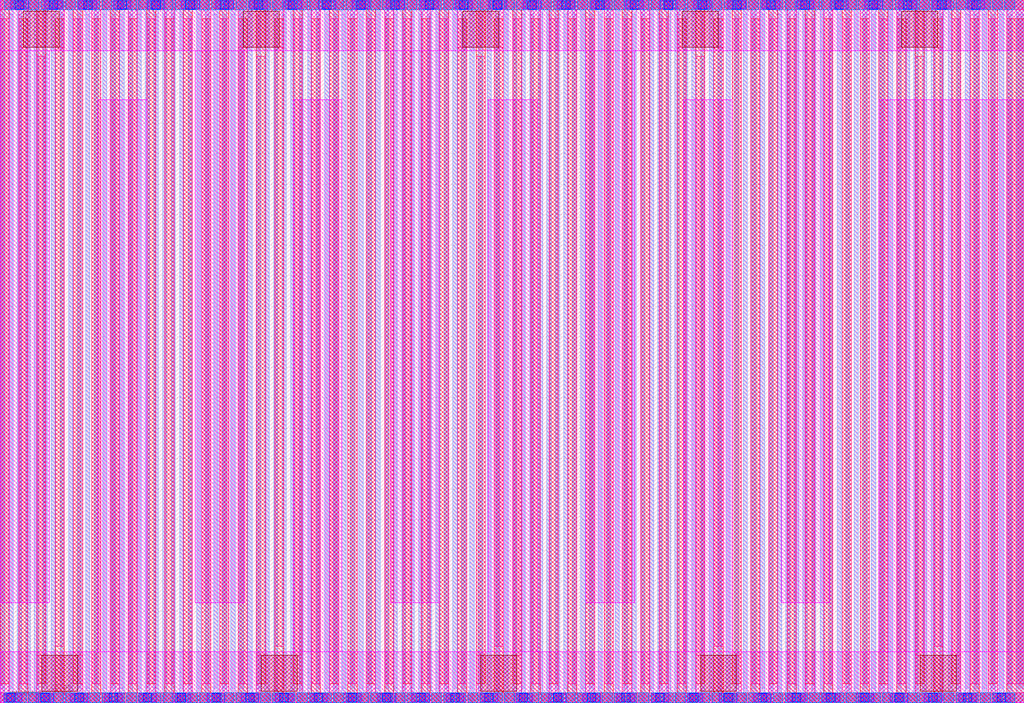
<source format=lef>
# Copyright 2020 The SkyWater PDK Authors
#
# Licensed under the Apache License, Version 2.0 (the "License");
# you may not use this file except in compliance with the License.
# You may obtain a copy of the License at
#
#     https://www.apache.org/licenses/LICENSE-2.0
#
# Unless required by applicable law or agreed to in writing, software
# distributed under the License is distributed on an "AS IS" BASIS,
# WITHOUT WARRANTIES OR CONDITIONS OF ANY KIND, either express or implied.
# See the License for the specific language governing permissions and
# limitations under the License.
#
# SPDX-License-Identifier: Apache-2.0

VERSION 5.7 ;
  NOWIREEXTENSIONATPIN ON ;
  DIVIDERCHAR "/" ;
  BUSBITCHARS "[]" ;
MACRO sky130_fd_pr__cap_vpp_33p6x23p1_pol1m1m2m3m4m5_noshield
  CLASS BLOCK ;
  FOREIGN sky130_fd_pr__cap_vpp_33p6x23p1_pol1m1m2m3m4m5_noshield ;
  ORIGIN  0.000000  0.000000 ;
  SIZE  33.57000 BY  23.05000 ;
  OBS
    LAYER li1 ;
      RECT  0.000000  0.000000 33.570000  0.330000 ;
      RECT  0.000000  0.330000  0.140000 22.580000 ;
      RECT  0.000000 22.720000 33.570000 23.050000 ;
      RECT  0.280000  0.470000  0.420000 22.720000 ;
      RECT  0.560000  0.330000  0.700000 22.580000 ;
      RECT  0.840000  0.470000  0.980000 22.720000 ;
      RECT  1.120000  0.330000  1.260000 22.580000 ;
      RECT  1.400000  0.470000  1.540000 22.720000 ;
      RECT  1.680000  0.330000  1.820000 22.580000 ;
      RECT  1.960000  0.470000  2.100000 22.720000 ;
      RECT  2.240000  0.330000  2.380000 22.580000 ;
      RECT  2.520000  0.470000  2.660000 22.720000 ;
      RECT  2.800000  0.330000  2.940000 22.580000 ;
      RECT  3.080000  0.470000  3.220000 22.720000 ;
      RECT  3.360000  0.330000  3.500000 22.580000 ;
      RECT  3.640000  0.470000  3.780000 22.720000 ;
      RECT  3.920000  0.330000  4.060000 22.580000 ;
      RECT  4.200000  0.470000  4.340000 22.720000 ;
      RECT  4.480000  0.330000  4.620000 22.580000 ;
      RECT  4.760000  0.470000  4.900000 22.720000 ;
      RECT  5.040000  0.330000  5.180000 22.580000 ;
      RECT  5.320000  0.470000  5.460000 22.720000 ;
      RECT  5.600000  0.330000  5.740000 22.580000 ;
      RECT  5.880000  0.470000  6.020000 22.720000 ;
      RECT  6.160000  0.330000  6.300000 22.580000 ;
      RECT  6.440000  0.470000  6.580000 22.720000 ;
      RECT  6.720000  0.330000  6.860000 22.580000 ;
      RECT  7.000000  0.470000  7.140000 22.720000 ;
      RECT  7.280000  0.330000  7.420000 22.580000 ;
      RECT  7.560000  0.470000  7.700000 22.720000 ;
      RECT  7.840000  0.330000  7.980000 22.580000 ;
      RECT  8.120000  0.470000  8.260000 22.720000 ;
      RECT  8.400000  0.330000  8.540000 22.580000 ;
      RECT  8.680000  0.470000  8.820000 22.720000 ;
      RECT  8.960000  0.330000  9.100000 22.580000 ;
      RECT  9.240000  0.470000  9.380000 22.720000 ;
      RECT  9.520000  0.330000  9.660000 22.580000 ;
      RECT  9.800000  0.470000  9.940000 22.720000 ;
      RECT 10.080000  0.330000 10.220000 22.580000 ;
      RECT 10.360000  0.470000 10.500000 22.720000 ;
      RECT 10.640000  0.330000 10.780000 22.580000 ;
      RECT 10.920000  0.470000 11.060000 22.720000 ;
      RECT 11.200000  0.330000 11.340000 22.580000 ;
      RECT 11.480000  0.470000 11.620000 22.720000 ;
      RECT 11.760000  0.330000 11.900000 22.580000 ;
      RECT 12.040000  0.470000 12.180000 22.720000 ;
      RECT 12.320000  0.330000 12.460000 22.580000 ;
      RECT 12.600000  0.470000 12.740000 22.720000 ;
      RECT 12.880000  0.330000 13.020000 22.580000 ;
      RECT 13.160000  0.470000 13.300000 22.720000 ;
      RECT 13.440000  0.330000 13.580000 22.580000 ;
      RECT 13.720000  0.470000 13.860000 22.720000 ;
      RECT 14.000000  0.330000 14.140000 22.580000 ;
      RECT 14.280000  0.470000 14.420000 22.720000 ;
      RECT 14.560000  0.330000 14.700000 22.580000 ;
      RECT 14.840000  0.470000 14.980000 22.720000 ;
      RECT 15.120000  0.330000 15.260000 22.580000 ;
      RECT 15.400000  0.470000 15.540000 22.720000 ;
      RECT 15.680000  0.330000 15.820000 22.580000 ;
      RECT 15.960000  0.470000 16.100000 22.720000 ;
      RECT 16.240000  0.330000 16.380000 22.580000 ;
      RECT 16.520000  0.470000 16.660000 22.720000 ;
      RECT 16.800000  0.330000 16.940000 22.580000 ;
      RECT 17.080000  0.470000 17.220000 22.720000 ;
      RECT 17.360000  0.330000 17.500000 22.580000 ;
      RECT 17.640000  0.470000 17.780000 22.720000 ;
      RECT 17.920000  0.330000 18.060000 22.580000 ;
      RECT 18.200000  0.470000 18.340000 22.720000 ;
      RECT 18.480000  0.330000 18.620000 22.580000 ;
      RECT 18.760000  0.470000 18.900000 22.720000 ;
      RECT 19.040000  0.330000 19.180000 22.580000 ;
      RECT 19.320000  0.470000 19.460000 22.720000 ;
      RECT 19.600000  0.330000 19.740000 22.580000 ;
      RECT 19.880000  0.470000 20.020000 22.720000 ;
      RECT 20.160000  0.330000 20.300000 22.580000 ;
      RECT 20.440000  0.470000 20.580000 22.720000 ;
      RECT 20.720000  0.330000 20.860000 22.580000 ;
      RECT 21.000000  0.470000 21.140000 22.720000 ;
      RECT 21.280000  0.330000 21.420000 22.580000 ;
      RECT 21.560000  0.470000 21.700000 22.720000 ;
      RECT 21.840000  0.330000 21.980000 22.580000 ;
      RECT 22.120000  0.470000 22.260000 22.720000 ;
      RECT 22.400000  0.330000 22.540000 22.580000 ;
      RECT 22.680000  0.470000 22.820000 22.720000 ;
      RECT 22.960000  0.330000 23.100000 22.580000 ;
      RECT 23.240000  0.470000 23.380000 22.720000 ;
      RECT 23.520000  0.330000 23.660000 22.580000 ;
      RECT 23.800000  0.470000 23.940000 22.720000 ;
      RECT 24.080000  0.330000 24.220000 22.580000 ;
      RECT 24.360000  0.470000 24.500000 22.720000 ;
      RECT 24.640000  0.330000 24.780000 22.580000 ;
      RECT 24.920000  0.470000 25.060000 22.720000 ;
      RECT 25.200000  0.330000 25.340000 22.580000 ;
      RECT 25.480000  0.470000 25.620000 22.720000 ;
      RECT 25.760000  0.330000 25.900000 22.580000 ;
      RECT 26.040000  0.470000 26.180000 22.720000 ;
      RECT 26.320000  0.330000 26.460000 22.580000 ;
      RECT 26.600000  0.470000 26.740000 22.720000 ;
      RECT 26.880000  0.330000 27.020000 22.580000 ;
      RECT 27.160000  0.470000 27.300000 22.720000 ;
      RECT 27.440000  0.330000 27.580000 22.580000 ;
      RECT 27.720000  0.470000 27.860000 22.720000 ;
      RECT 28.000000  0.330000 28.140000 22.580000 ;
      RECT 28.280000  0.470000 28.420000 22.720000 ;
      RECT 28.560000  0.330000 28.700000 22.580000 ;
      RECT 28.840000  0.470000 28.980000 22.720000 ;
      RECT 29.120000  0.330000 29.260000 22.580000 ;
      RECT 29.400000  0.470000 29.540000 22.720000 ;
      RECT 29.680000  0.330000 29.820000 22.580000 ;
      RECT 29.960000  0.470000 30.100000 22.720000 ;
      RECT 30.240000  0.330000 30.380000 22.580000 ;
      RECT 30.520000  0.470000 30.660000 22.720000 ;
      RECT 30.800000  0.330000 30.940000 22.580000 ;
      RECT 31.080000  0.470000 31.220000 22.720000 ;
      RECT 31.360000  0.330000 31.500000 22.580000 ;
      RECT 31.640000  0.470000 31.780000 22.720000 ;
      RECT 31.920000  0.330000 32.060000 22.580000 ;
      RECT 32.200000  0.470000 32.340000 22.720000 ;
      RECT 32.480000  0.330000 32.620000 22.580000 ;
      RECT 32.760000  0.470000 32.900000 22.720000 ;
      RECT 33.040000  0.330000 33.180000 22.580000 ;
      RECT 33.320000  0.470000 33.570000 22.720000 ;
    LAYER mcon ;
      RECT  0.190000  0.080000  0.360000  0.250000 ;
      RECT  0.190000 22.800000  0.360000 22.970000 ;
      RECT  0.550000  0.080000  0.720000  0.250000 ;
      RECT  0.550000 22.800000  0.720000 22.970000 ;
      RECT  0.910000  0.080000  1.080000  0.250000 ;
      RECT  0.910000 22.800000  1.080000 22.970000 ;
      RECT  1.270000  0.080000  1.440000  0.250000 ;
      RECT  1.270000 22.800000  1.440000 22.970000 ;
      RECT  1.630000  0.080000  1.800000  0.250000 ;
      RECT  1.630000 22.800000  1.800000 22.970000 ;
      RECT  1.990000  0.080000  2.160000  0.250000 ;
      RECT  1.990000 22.800000  2.160000 22.970000 ;
      RECT  2.350000  0.080000  2.520000  0.250000 ;
      RECT  2.350000 22.800000  2.520000 22.970000 ;
      RECT  2.710000  0.080000  2.880000  0.250000 ;
      RECT  2.710000 22.800000  2.880000 22.970000 ;
      RECT  3.070000  0.080000  3.240000  0.250000 ;
      RECT  3.070000 22.800000  3.240000 22.970000 ;
      RECT  3.430000  0.080000  3.600000  0.250000 ;
      RECT  3.430000 22.800000  3.600000 22.970000 ;
      RECT  3.790000  0.080000  3.960000  0.250000 ;
      RECT  3.790000 22.800000  3.960000 22.970000 ;
      RECT  4.150000  0.080000  4.320000  0.250000 ;
      RECT  4.150000 22.800000  4.320000 22.970000 ;
      RECT  4.510000  0.080000  4.680000  0.250000 ;
      RECT  4.510000 22.800000  4.680000 22.970000 ;
      RECT  4.870000  0.080000  5.040000  0.250000 ;
      RECT  4.870000 22.800000  5.040000 22.970000 ;
      RECT  5.230000  0.080000  5.400000  0.250000 ;
      RECT  5.230000 22.800000  5.400000 22.970000 ;
      RECT  5.590000  0.080000  5.760000  0.250000 ;
      RECT  5.590000 22.800000  5.760000 22.970000 ;
      RECT  5.950000  0.080000  6.120000  0.250000 ;
      RECT  5.950000 22.800000  6.120000 22.970000 ;
      RECT  6.310000  0.080000  6.480000  0.250000 ;
      RECT  6.310000 22.800000  6.480000 22.970000 ;
      RECT  6.670000  0.080000  6.840000  0.250000 ;
      RECT  6.670000 22.800000  6.840000 22.970000 ;
      RECT  7.030000  0.080000  7.200000  0.250000 ;
      RECT  7.030000 22.800000  7.200000 22.970000 ;
      RECT  7.390000  0.080000  7.560000  0.250000 ;
      RECT  7.390000 22.800000  7.560000 22.970000 ;
      RECT  7.750000  0.080000  7.920000  0.250000 ;
      RECT  7.750000 22.800000  7.920000 22.970000 ;
      RECT  8.110000  0.080000  8.280000  0.250000 ;
      RECT  8.110000 22.800000  8.280000 22.970000 ;
      RECT  8.470000  0.080000  8.640000  0.250000 ;
      RECT  8.470000 22.800000  8.640000 22.970000 ;
      RECT  8.830000  0.080000  9.000000  0.250000 ;
      RECT  8.830000 22.800000  9.000000 22.970000 ;
      RECT  9.190000  0.080000  9.360000  0.250000 ;
      RECT  9.190000 22.800000  9.360000 22.970000 ;
      RECT  9.550000  0.080000  9.720000  0.250000 ;
      RECT  9.550000 22.800000  9.720000 22.970000 ;
      RECT  9.910000  0.080000 10.080000  0.250000 ;
      RECT  9.910000 22.800000 10.080000 22.970000 ;
      RECT 10.270000  0.080000 10.440000  0.250000 ;
      RECT 10.270000 22.800000 10.440000 22.970000 ;
      RECT 10.630000  0.080000 10.800000  0.250000 ;
      RECT 10.630000 22.800000 10.800000 22.970000 ;
      RECT 10.990000  0.080000 11.160000  0.250000 ;
      RECT 10.990000 22.800000 11.160000 22.970000 ;
      RECT 11.350000  0.080000 11.520000  0.250000 ;
      RECT 11.350000 22.800000 11.520000 22.970000 ;
      RECT 11.710000  0.080000 11.880000  0.250000 ;
      RECT 11.710000 22.800000 11.880000 22.970000 ;
      RECT 12.070000  0.080000 12.240000  0.250000 ;
      RECT 12.070000 22.800000 12.240000 22.970000 ;
      RECT 12.430000  0.080000 12.600000  0.250000 ;
      RECT 12.430000 22.800000 12.600000 22.970000 ;
      RECT 12.790000  0.080000 12.960000  0.250000 ;
      RECT 12.790000 22.800000 12.960000 22.970000 ;
      RECT 13.150000  0.080000 13.320000  0.250000 ;
      RECT 13.150000 22.800000 13.320000 22.970000 ;
      RECT 13.510000  0.080000 13.680000  0.250000 ;
      RECT 13.510000 22.800000 13.680000 22.970000 ;
      RECT 13.870000  0.080000 14.040000  0.250000 ;
      RECT 13.870000 22.800000 14.040000 22.970000 ;
      RECT 14.230000  0.080000 14.400000  0.250000 ;
      RECT 14.230000 22.800000 14.400000 22.970000 ;
      RECT 14.590000  0.080000 14.760000  0.250000 ;
      RECT 14.590000 22.800000 14.760000 22.970000 ;
      RECT 14.950000  0.080000 15.120000  0.250000 ;
      RECT 14.950000 22.800000 15.120000 22.970000 ;
      RECT 15.310000  0.080000 15.480000  0.250000 ;
      RECT 15.310000 22.800000 15.480000 22.970000 ;
      RECT 15.670000  0.080000 15.840000  0.250000 ;
      RECT 15.670000 22.800000 15.840000 22.970000 ;
      RECT 16.030000  0.080000 16.200000  0.250000 ;
      RECT 16.030000 22.800000 16.200000 22.970000 ;
      RECT 16.390000  0.080000 16.560000  0.250000 ;
      RECT 16.390000 22.800000 16.560000 22.970000 ;
      RECT 16.750000  0.080000 16.920000  0.250000 ;
      RECT 16.750000 22.800000 16.920000 22.970000 ;
      RECT 17.110000  0.080000 17.280000  0.250000 ;
      RECT 17.110000 22.800000 17.280000 22.970000 ;
      RECT 17.470000  0.080000 17.640000  0.250000 ;
      RECT 17.470000 22.800000 17.640000 22.970000 ;
      RECT 17.830000  0.080000 18.000000  0.250000 ;
      RECT 17.830000 22.800000 18.000000 22.970000 ;
      RECT 18.190000  0.080000 18.360000  0.250000 ;
      RECT 18.190000 22.800000 18.360000 22.970000 ;
      RECT 18.550000  0.080000 18.720000  0.250000 ;
      RECT 18.550000 22.800000 18.720000 22.970000 ;
      RECT 18.910000  0.080000 19.080000  0.250000 ;
      RECT 18.910000 22.800000 19.080000 22.970000 ;
      RECT 19.270000  0.080000 19.440000  0.250000 ;
      RECT 19.270000 22.800000 19.440000 22.970000 ;
      RECT 19.630000  0.080000 19.800000  0.250000 ;
      RECT 19.630000 22.800000 19.800000 22.970000 ;
      RECT 19.990000  0.080000 20.160000  0.250000 ;
      RECT 19.990000 22.800000 20.160000 22.970000 ;
      RECT 20.350000  0.080000 20.520000  0.250000 ;
      RECT 20.350000 22.800000 20.520000 22.970000 ;
      RECT 20.710000  0.080000 20.880000  0.250000 ;
      RECT 20.710000 22.800000 20.880000 22.970000 ;
      RECT 21.070000  0.080000 21.240000  0.250000 ;
      RECT 21.070000 22.800000 21.240000 22.970000 ;
      RECT 21.430000  0.080000 21.600000  0.250000 ;
      RECT 21.430000 22.800000 21.600000 22.970000 ;
      RECT 21.790000  0.080000 21.960000  0.250000 ;
      RECT 21.790000 22.800000 21.960000 22.970000 ;
      RECT 22.150000  0.080000 22.320000  0.250000 ;
      RECT 22.150000 22.800000 22.320000 22.970000 ;
      RECT 22.510000  0.080000 22.680000  0.250000 ;
      RECT 22.510000 22.800000 22.680000 22.970000 ;
      RECT 22.870000  0.080000 23.040000  0.250000 ;
      RECT 22.870000 22.800000 23.040000 22.970000 ;
      RECT 23.230000  0.080000 23.400000  0.250000 ;
      RECT 23.230000 22.800000 23.400000 22.970000 ;
      RECT 23.590000  0.080000 23.760000  0.250000 ;
      RECT 23.590000 22.800000 23.760000 22.970000 ;
      RECT 23.950000  0.080000 24.120000  0.250000 ;
      RECT 23.950000 22.800000 24.120000 22.970000 ;
      RECT 24.310000  0.080000 24.480000  0.250000 ;
      RECT 24.310000 22.800000 24.480000 22.970000 ;
      RECT 24.670000  0.080000 24.840000  0.250000 ;
      RECT 24.670000 22.800000 24.840000 22.970000 ;
      RECT 25.030000  0.080000 25.200000  0.250000 ;
      RECT 25.030000 22.800000 25.200000 22.970000 ;
      RECT 25.390000  0.080000 25.560000  0.250000 ;
      RECT 25.390000 22.800000 25.560000 22.970000 ;
      RECT 25.750000  0.080000 25.920000  0.250000 ;
      RECT 25.750000 22.800000 25.920000 22.970000 ;
      RECT 26.110000  0.080000 26.280000  0.250000 ;
      RECT 26.110000 22.800000 26.280000 22.970000 ;
      RECT 26.470000  0.080000 26.640000  0.250000 ;
      RECT 26.470000 22.800000 26.640000 22.970000 ;
      RECT 26.830000  0.080000 27.000000  0.250000 ;
      RECT 26.830000 22.800000 27.000000 22.970000 ;
      RECT 27.190000  0.080000 27.360000  0.250000 ;
      RECT 27.190000 22.800000 27.360000 22.970000 ;
      RECT 27.550000  0.080000 27.720000  0.250000 ;
      RECT 27.550000 22.800000 27.720000 22.970000 ;
      RECT 27.910000  0.080000 28.080000  0.250000 ;
      RECT 27.910000 22.800000 28.080000 22.970000 ;
      RECT 28.270000  0.080000 28.440000  0.250000 ;
      RECT 28.270000 22.800000 28.440000 22.970000 ;
      RECT 28.630000  0.080000 28.800000  0.250000 ;
      RECT 28.630000 22.800000 28.800000 22.970000 ;
      RECT 28.990000  0.080000 29.160000  0.250000 ;
      RECT 28.990000 22.800000 29.160000 22.970000 ;
      RECT 29.350000  0.080000 29.520000  0.250000 ;
      RECT 29.350000 22.800000 29.520000 22.970000 ;
      RECT 29.710000  0.080000 29.880000  0.250000 ;
      RECT 29.710000 22.800000 29.880000 22.970000 ;
      RECT 30.070000  0.080000 30.240000  0.250000 ;
      RECT 30.070000 22.800000 30.240000 22.970000 ;
      RECT 30.430000  0.080000 30.600000  0.250000 ;
      RECT 30.430000 22.800000 30.600000 22.970000 ;
      RECT 30.790000  0.080000 30.960000  0.250000 ;
      RECT 30.790000 22.800000 30.960000 22.970000 ;
      RECT 31.150000  0.080000 31.320000  0.250000 ;
      RECT 31.150000 22.800000 31.320000 22.970000 ;
      RECT 31.510000  0.080000 31.680000  0.250000 ;
      RECT 31.510000 22.800000 31.680000 22.970000 ;
      RECT 31.870000  0.080000 32.040000  0.250000 ;
      RECT 31.870000 22.800000 32.040000 22.970000 ;
      RECT 32.230000  0.080000 32.400000  0.250000 ;
      RECT 32.230000 22.800000 32.400000 22.970000 ;
      RECT 32.590000  0.080000 32.760000  0.250000 ;
      RECT 32.590000 22.800000 32.760000 22.970000 ;
      RECT 32.950000  0.080000 33.120000  0.250000 ;
      RECT 32.950000 22.800000 33.120000 22.970000 ;
    LAYER met1 ;
      RECT  0.000000  0.000000 33.570000  0.330000 ;
      RECT  0.000000  0.470000  0.140000 22.720000 ;
      RECT  0.000000 22.720000 33.570000 23.050000 ;
      RECT  0.280000  0.330000  0.420000 22.580000 ;
      RECT  0.560000  0.470000  0.700000 22.720000 ;
      RECT  0.840000  0.330000  0.980000 22.580000 ;
      RECT  1.120000  0.470000  1.260000 22.720000 ;
      RECT  1.400000  0.330000  1.540000 22.580000 ;
      RECT  1.680000  0.470000  1.820000 22.720000 ;
      RECT  1.960000  0.330000  2.100000 22.580000 ;
      RECT  2.240000  0.470000  2.380000 22.720000 ;
      RECT  2.520000  0.330000  2.660000 22.580000 ;
      RECT  2.800000  0.470000  2.940000 22.720000 ;
      RECT  3.080000  0.330000  3.220000 22.580000 ;
      RECT  3.360000  0.470000  3.500000 22.720000 ;
      RECT  3.640000  0.330000  3.780000 22.580000 ;
      RECT  3.920000  0.470000  4.060000 22.720000 ;
      RECT  4.200000  0.330000  4.340000 22.580000 ;
      RECT  4.480000  0.470000  4.620000 22.720000 ;
      RECT  4.760000  0.330000  4.900000 22.580000 ;
      RECT  5.040000  0.470000  5.180000 22.720000 ;
      RECT  5.320000  0.330000  5.460000 22.580000 ;
      RECT  5.600000  0.470000  5.740000 22.720000 ;
      RECT  5.880000  0.330000  6.020000 22.580000 ;
      RECT  6.160000  0.470000  6.300000 22.720000 ;
      RECT  6.440000  0.330000  6.580000 22.580000 ;
      RECT  6.720000  0.470000  6.860000 22.720000 ;
      RECT  7.000000  0.330000  7.140000 22.580000 ;
      RECT  7.280000  0.470000  7.420000 22.720000 ;
      RECT  7.560000  0.330000  7.700000 22.580000 ;
      RECT  7.840000  0.470000  7.980000 22.720000 ;
      RECT  8.120000  0.330000  8.260000 22.580000 ;
      RECT  8.400000  0.470000  8.540000 22.720000 ;
      RECT  8.680000  0.330000  8.820000 22.580000 ;
      RECT  8.960000  0.470000  9.100000 22.720000 ;
      RECT  9.240000  0.330000  9.380000 22.580000 ;
      RECT  9.520000  0.470000  9.660000 22.720000 ;
      RECT  9.800000  0.330000  9.940000 22.580000 ;
      RECT 10.080000  0.470000 10.220000 22.720000 ;
      RECT 10.360000  0.330000 10.500000 22.580000 ;
      RECT 10.640000  0.470000 10.780000 22.720000 ;
      RECT 10.920000  0.330000 11.060000 22.580000 ;
      RECT 11.200000  0.470000 11.340000 22.720000 ;
      RECT 11.480000  0.330000 11.620000 22.580000 ;
      RECT 11.760000  0.470000 11.900000 22.720000 ;
      RECT 12.040000  0.330000 12.180000 22.580000 ;
      RECT 12.320000  0.470000 12.460000 22.720000 ;
      RECT 12.600000  0.330000 12.740000 22.580000 ;
      RECT 12.880000  0.470000 13.020000 22.720000 ;
      RECT 13.160000  0.330000 13.300000 22.580000 ;
      RECT 13.440000  0.470000 13.580000 22.720000 ;
      RECT 13.720000  0.330000 13.860000 22.580000 ;
      RECT 14.000000  0.470000 14.140000 22.720000 ;
      RECT 14.280000  0.330000 14.420000 22.580000 ;
      RECT 14.560000  0.470000 14.700000 22.720000 ;
      RECT 14.840000  0.330000 14.980000 22.580000 ;
      RECT 15.120000  0.470000 15.260000 22.720000 ;
      RECT 15.400000  0.330000 15.540000 22.580000 ;
      RECT 15.680000  0.470000 15.820000 22.720000 ;
      RECT 15.960000  0.330000 16.100000 22.580000 ;
      RECT 16.240000  0.470000 16.380000 22.720000 ;
      RECT 16.520000  0.330000 16.660000 22.580000 ;
      RECT 16.800000  0.470000 16.940000 22.720000 ;
      RECT 17.080000  0.330000 17.220000 22.580000 ;
      RECT 17.360000  0.470000 17.500000 22.720000 ;
      RECT 17.640000  0.330000 17.780000 22.580000 ;
      RECT 17.920000  0.470000 18.060000 22.720000 ;
      RECT 18.200000  0.330000 18.340000 22.580000 ;
      RECT 18.480000  0.470000 18.620000 22.720000 ;
      RECT 18.760000  0.330000 18.900000 22.580000 ;
      RECT 19.040000  0.470000 19.180000 22.720000 ;
      RECT 19.320000  0.330000 19.460000 22.580000 ;
      RECT 19.600000  0.470000 19.740000 22.720000 ;
      RECT 19.880000  0.330000 20.020000 22.580000 ;
      RECT 20.160000  0.470000 20.300000 22.720000 ;
      RECT 20.440000  0.330000 20.580000 22.580000 ;
      RECT 20.720000  0.470000 20.860000 22.720000 ;
      RECT 21.000000  0.330000 21.140000 22.580000 ;
      RECT 21.280000  0.470000 21.420000 22.720000 ;
      RECT 21.560000  0.330000 21.700000 22.580000 ;
      RECT 21.840000  0.470000 21.980000 22.720000 ;
      RECT 22.120000  0.330000 22.260000 22.580000 ;
      RECT 22.400000  0.470000 22.540000 22.720000 ;
      RECT 22.680000  0.330000 22.820000 22.580000 ;
      RECT 22.960000  0.470000 23.100000 22.720000 ;
      RECT 23.240000  0.330000 23.380000 22.580000 ;
      RECT 23.520000  0.470000 23.660000 22.720000 ;
      RECT 23.800000  0.330000 23.940000 22.580000 ;
      RECT 24.080000  0.470000 24.220000 22.720000 ;
      RECT 24.360000  0.330000 24.500000 22.580000 ;
      RECT 24.640000  0.470000 24.780000 22.720000 ;
      RECT 24.920000  0.330000 25.060000 22.580000 ;
      RECT 25.200000  0.470000 25.340000 22.720000 ;
      RECT 25.480000  0.330000 25.620000 22.580000 ;
      RECT 25.760000  0.470000 25.900000 22.720000 ;
      RECT 26.040000  0.330000 26.180000 22.580000 ;
      RECT 26.320000  0.470000 26.460000 22.720000 ;
      RECT 26.600000  0.330000 26.740000 22.580000 ;
      RECT 26.880000  0.470000 27.020000 22.720000 ;
      RECT 27.160000  0.330000 27.300000 22.580000 ;
      RECT 27.440000  0.470000 27.580000 22.720000 ;
      RECT 27.720000  0.330000 27.860000 22.580000 ;
      RECT 28.000000  0.470000 28.140000 22.720000 ;
      RECT 28.280000  0.330000 28.420000 22.580000 ;
      RECT 28.560000  0.470000 28.700000 22.720000 ;
      RECT 28.840000  0.330000 28.980000 22.580000 ;
      RECT 29.120000  0.470000 29.260000 22.720000 ;
      RECT 29.400000  0.330000 29.540000 22.580000 ;
      RECT 29.680000  0.470000 29.820000 22.720000 ;
      RECT 29.960000  0.330000 30.100000 22.580000 ;
      RECT 30.240000  0.470000 30.380000 22.720000 ;
      RECT 30.520000  0.330000 30.660000 22.580000 ;
      RECT 30.800000  0.470000 30.940000 22.720000 ;
      RECT 31.080000  0.330000 31.220000 22.580000 ;
      RECT 31.360000  0.470000 31.500000 22.720000 ;
      RECT 31.640000  0.330000 31.780000 22.580000 ;
      RECT 31.920000  0.470000 32.060000 22.720000 ;
      RECT 32.200000  0.330000 32.340000 22.580000 ;
      RECT 32.480000  0.470000 32.620000 22.720000 ;
      RECT 32.760000  0.330000 32.900000 22.580000 ;
      RECT 33.040000  0.470000 33.180000 22.720000 ;
      RECT 33.320000  0.330000 33.570000 22.580000 ;
    LAYER met2 ;
      RECT  0.000000  0.000000  0.700000  0.330000 ;
      RECT  0.000000  0.330000  0.140000 23.050000 ;
      RECT  0.280000  0.470000  0.420000 22.720000 ;
      RECT  0.280000 22.720000  0.980000 23.050000 ;
      RECT  0.560000  0.330000  0.700000 22.580000 ;
      RECT  0.840000  0.000000  0.980000 22.720000 ;
      RECT  1.120000  0.000000  1.820000  0.330000 ;
      RECT  1.120000  0.330000  1.260000 23.050000 ;
      RECT  1.400000  0.470000  1.540000 22.720000 ;
      RECT  1.400000 22.720000  2.100000 23.050000 ;
      RECT  1.680000  0.330000  1.820000 22.580000 ;
      RECT  1.960000  0.000000  2.100000 22.720000 ;
      RECT  2.240000  0.000000  2.940000  0.330000 ;
      RECT  2.240000  0.330000  2.380000 23.050000 ;
      RECT  2.520000  0.470000  2.660000 22.720000 ;
      RECT  2.520000 22.720000  3.220000 23.050000 ;
      RECT  2.800000  0.330000  2.940000 22.580000 ;
      RECT  3.080000  0.000000  3.220000 22.720000 ;
      RECT  3.360000  0.000000  4.060000  0.330000 ;
      RECT  3.360000  0.330000  3.500000 23.050000 ;
      RECT  3.640000  0.470000  3.780000 22.720000 ;
      RECT  3.640000 22.720000  4.340000 23.050000 ;
      RECT  3.920000  0.330000  4.060000 22.580000 ;
      RECT  4.200000  0.000000  4.340000 22.720000 ;
      RECT  4.480000  0.000000  5.180000  0.330000 ;
      RECT  4.480000  0.330000  4.620000 23.050000 ;
      RECT  4.760000  0.470000  4.900000 22.720000 ;
      RECT  4.760000 22.720000  5.460000 23.050000 ;
      RECT  5.040000  0.330000  5.180000 22.580000 ;
      RECT  5.320000  0.000000  5.460000 22.720000 ;
      RECT  5.600000  0.000000  6.300000  0.330000 ;
      RECT  5.600000  0.330000  5.740000 23.050000 ;
      RECT  5.880000  0.470000  6.020000 22.720000 ;
      RECT  5.880000 22.720000  6.580000 23.050000 ;
      RECT  6.160000  0.330000  6.300000 22.580000 ;
      RECT  6.440000  0.000000  6.580000 22.720000 ;
      RECT  6.720000  0.000000  7.420000  0.330000 ;
      RECT  6.720000  0.330000  6.860000 23.050000 ;
      RECT  7.000000  0.470000  7.140000 22.720000 ;
      RECT  7.000000 22.720000  7.700000 23.050000 ;
      RECT  7.280000  0.330000  7.420000 22.580000 ;
      RECT  7.560000  0.000000  7.700000 22.720000 ;
      RECT  7.840000  0.000000  8.540000  0.330000 ;
      RECT  7.840000  0.330000  7.980000 23.050000 ;
      RECT  8.120000  0.470000  8.260000 22.720000 ;
      RECT  8.120000 22.720000  8.820000 23.050000 ;
      RECT  8.400000  0.330000  8.540000 22.580000 ;
      RECT  8.680000  0.000000  8.820000 22.720000 ;
      RECT  8.960000  0.000000  9.660000  0.330000 ;
      RECT  8.960000  0.330000  9.100000 23.050000 ;
      RECT  9.240000  0.470000  9.380000 22.720000 ;
      RECT  9.240000 22.720000  9.940000 23.050000 ;
      RECT  9.520000  0.330000  9.660000 22.580000 ;
      RECT  9.800000  0.000000  9.940000 22.720000 ;
      RECT 10.080000  0.000000 10.780000  0.330000 ;
      RECT 10.080000  0.330000 10.220000 23.050000 ;
      RECT 10.360000  0.470000 10.500000 22.720000 ;
      RECT 10.360000 22.720000 11.060000 23.050000 ;
      RECT 10.640000  0.330000 10.780000 22.580000 ;
      RECT 10.920000  0.000000 11.060000 22.720000 ;
      RECT 11.200000  0.000000 11.900000  0.330000 ;
      RECT 11.200000  0.330000 11.340000 23.050000 ;
      RECT 11.480000  0.470000 11.620000 22.720000 ;
      RECT 11.480000 22.720000 12.180000 23.050000 ;
      RECT 11.760000  0.330000 11.900000 22.580000 ;
      RECT 12.040000  0.000000 12.180000 22.720000 ;
      RECT 12.320000  0.000000 13.020000  0.330000 ;
      RECT 12.320000  0.330000 12.460000 23.050000 ;
      RECT 12.600000  0.470000 12.740000 22.720000 ;
      RECT 12.600000 22.720000 13.300000 23.050000 ;
      RECT 12.880000  0.330000 13.020000 22.580000 ;
      RECT 13.160000  0.000000 13.300000 22.720000 ;
      RECT 13.440000  0.000000 14.140000  0.330000 ;
      RECT 13.440000  0.330000 13.580000 23.050000 ;
      RECT 13.720000  0.470000 13.860000 22.720000 ;
      RECT 13.720000 22.720000 14.420000 23.050000 ;
      RECT 14.000000  0.330000 14.140000 22.580000 ;
      RECT 14.280000  0.000000 14.420000 22.720000 ;
      RECT 14.560000  0.000000 15.260000  0.330000 ;
      RECT 14.560000  0.330000 14.700000 23.050000 ;
      RECT 14.840000  0.470000 14.980000 22.720000 ;
      RECT 14.840000 22.720000 15.540000 23.050000 ;
      RECT 15.120000  0.330000 15.260000 22.580000 ;
      RECT 15.400000  0.000000 15.540000 22.720000 ;
      RECT 15.680000  0.000000 16.380000  0.330000 ;
      RECT 15.680000  0.330000 15.820000 23.050000 ;
      RECT 15.960000  0.470000 16.100000 22.720000 ;
      RECT 15.960000 22.720000 16.660000 23.050000 ;
      RECT 16.240000  0.330000 16.380000 22.580000 ;
      RECT 16.520000  0.000000 16.660000 22.720000 ;
      RECT 16.800000  0.000000 17.500000  0.330000 ;
      RECT 16.800000  0.330000 16.940000 23.050000 ;
      RECT 17.080000  0.470000 17.220000 22.720000 ;
      RECT 17.080000 22.720000 17.780000 23.050000 ;
      RECT 17.360000  0.330000 17.500000 22.580000 ;
      RECT 17.640000  0.000000 17.780000 22.720000 ;
      RECT 17.920000  0.000000 18.620000  0.330000 ;
      RECT 17.920000  0.330000 18.060000 23.050000 ;
      RECT 18.200000  0.470000 18.340000 22.720000 ;
      RECT 18.200000 22.720000 18.900000 23.050000 ;
      RECT 18.480000  0.330000 18.620000 22.580000 ;
      RECT 18.760000  0.000000 18.900000 22.720000 ;
      RECT 19.040000  0.000000 19.740000  0.330000 ;
      RECT 19.040000  0.330000 19.180000 23.050000 ;
      RECT 19.320000  0.470000 19.460000 22.720000 ;
      RECT 19.320000 22.720000 20.020000 23.050000 ;
      RECT 19.600000  0.330000 19.740000 22.580000 ;
      RECT 19.880000  0.000000 20.020000 22.720000 ;
      RECT 20.160000  0.000000 20.860000  0.330000 ;
      RECT 20.160000  0.330000 20.300000 23.050000 ;
      RECT 20.440000  0.470000 20.580000 22.720000 ;
      RECT 20.440000 22.720000 21.140000 23.050000 ;
      RECT 20.720000  0.330000 20.860000 22.580000 ;
      RECT 21.000000  0.000000 21.140000 22.720000 ;
      RECT 21.280000  0.000000 21.980000  0.330000 ;
      RECT 21.280000  0.330000 21.420000 23.050000 ;
      RECT 21.560000  0.470000 21.700000 22.720000 ;
      RECT 21.560000 22.720000 22.260000 23.050000 ;
      RECT 21.840000  0.330000 21.980000 22.580000 ;
      RECT 22.120000  0.000000 22.260000 22.720000 ;
      RECT 22.400000  0.000000 23.100000  0.330000 ;
      RECT 22.400000  0.330000 22.540000 23.050000 ;
      RECT 22.680000  0.470000 22.820000 22.720000 ;
      RECT 22.680000 22.720000 23.380000 23.050000 ;
      RECT 22.960000  0.330000 23.100000 22.580000 ;
      RECT 23.240000  0.000000 23.380000 22.720000 ;
      RECT 23.520000  0.000000 24.220000  0.330000 ;
      RECT 23.520000  0.330000 23.660000 23.050000 ;
      RECT 23.800000  0.470000 23.940000 22.720000 ;
      RECT 23.800000 22.720000 24.500000 23.050000 ;
      RECT 24.080000  0.330000 24.220000 22.580000 ;
      RECT 24.360000  0.000000 24.500000 22.720000 ;
      RECT 24.640000  0.000000 25.340000  0.330000 ;
      RECT 24.640000  0.330000 24.780000 23.050000 ;
      RECT 24.920000  0.470000 25.060000 22.720000 ;
      RECT 24.920000 22.720000 25.620000 23.050000 ;
      RECT 25.200000  0.330000 25.340000 22.580000 ;
      RECT 25.480000  0.000000 25.620000 22.720000 ;
      RECT 25.760000  0.000000 26.460000  0.330000 ;
      RECT 25.760000  0.330000 25.900000 23.050000 ;
      RECT 26.040000  0.470000 26.180000 22.720000 ;
      RECT 26.040000 22.720000 26.740000 23.050000 ;
      RECT 26.320000  0.330000 26.460000 22.580000 ;
      RECT 26.600000  0.000000 26.740000 22.720000 ;
      RECT 26.880000  0.000000 27.580000  0.330000 ;
      RECT 26.880000  0.330000 27.020000 23.050000 ;
      RECT 27.160000  0.470000 27.300000 22.720000 ;
      RECT 27.160000 22.720000 27.860000 23.050000 ;
      RECT 27.440000  0.330000 27.580000 22.580000 ;
      RECT 27.720000  0.000000 27.860000 22.720000 ;
      RECT 28.000000  0.000000 28.700000  0.330000 ;
      RECT 28.000000  0.330000 28.140000 23.050000 ;
      RECT 28.280000  0.470000 28.420000 22.720000 ;
      RECT 28.280000 22.720000 28.980000 23.050000 ;
      RECT 28.560000  0.330000 28.700000 22.580000 ;
      RECT 28.840000  0.000000 28.980000 22.720000 ;
      RECT 29.120000  0.000000 29.820000  0.330000 ;
      RECT 29.120000  0.330000 29.260000 23.050000 ;
      RECT 29.400000  0.470000 29.540000 22.720000 ;
      RECT 29.400000 22.720000 30.100000 23.050000 ;
      RECT 29.680000  0.330000 29.820000 22.580000 ;
      RECT 29.960000  0.000000 30.100000 22.720000 ;
      RECT 30.240000  0.000000 30.940000  0.330000 ;
      RECT 30.240000  0.330000 30.380000 23.050000 ;
      RECT 30.520000  0.470000 30.660000 22.720000 ;
      RECT 30.520000 22.720000 31.220000 23.050000 ;
      RECT 30.800000  0.330000 30.940000 22.580000 ;
      RECT 31.080000  0.000000 31.220000 22.720000 ;
      RECT 31.360000  0.000000 32.060000  0.330000 ;
      RECT 31.360000  0.330000 31.500000 23.050000 ;
      RECT 31.640000  0.470000 31.780000 22.720000 ;
      RECT 31.640000 22.720000 33.570000 23.050000 ;
      RECT 31.920000  0.330000 32.060000 22.580000 ;
      RECT 32.200000  0.000000 32.340000 22.720000 ;
      RECT 32.480000  0.000000 33.570000  0.330000 ;
      RECT 32.480000  0.330000 32.620000 22.580000 ;
      RECT 32.760000  0.470000 32.900000 22.720000 ;
      RECT 33.040000  0.330000 33.180000 22.580000 ;
      RECT 33.320000  0.470000 33.570000 22.720000 ;
    LAYER met3 ;
      RECT  0.000000  0.000000 33.570000  0.330000 ;
      RECT  0.000000  0.630000  0.300000 22.720000 ;
      RECT  0.000000 22.720000 33.570000 23.050000 ;
      RECT  0.600000  0.330000  0.900000 22.420000 ;
      RECT  1.200000  0.630000  1.500000 22.720000 ;
      RECT  1.800000  0.330000  2.100000 22.420000 ;
      RECT  2.400000  0.630000  2.700000 22.720000 ;
      RECT  3.000000  0.330000  3.300000 22.420000 ;
      RECT  3.600000  0.630000  3.900000 22.720000 ;
      RECT  4.200000  0.330000  4.500000 22.420000 ;
      RECT  4.800000  0.630000  5.100000 22.720000 ;
      RECT  5.400000  0.330000  5.700000 22.420000 ;
      RECT  6.000000  0.630000  6.300000 22.720000 ;
      RECT  6.600000  0.330000  6.900000 22.420000 ;
      RECT  7.200000  0.630000  7.500000 22.720000 ;
      RECT  7.800000  0.330000  8.100000 22.420000 ;
      RECT  8.400000  0.630000  8.700000 22.720000 ;
      RECT  9.000000  0.330000  9.300000 22.420000 ;
      RECT  9.600000  0.630000  9.900000 22.720000 ;
      RECT 10.200000  0.330000 10.500000 22.420000 ;
      RECT 10.800000  0.630000 11.100000 22.720000 ;
      RECT 11.400000  0.330000 11.700000 22.420000 ;
      RECT 12.000000  0.630000 12.300000 22.720000 ;
      RECT 12.600000  0.330000 12.900000 22.420000 ;
      RECT 13.200000  0.630000 13.500000 22.720000 ;
      RECT 13.800000  0.330000 14.100000 22.420000 ;
      RECT 14.400000  0.630000 14.700000 22.720000 ;
      RECT 15.000000  0.330000 15.300000 22.420000 ;
      RECT 15.600000  0.630000 15.900000 22.720000 ;
      RECT 16.200000  0.330000 16.500000 22.420000 ;
      RECT 16.800000  0.630000 17.100000 22.720000 ;
      RECT 17.400000  0.330000 17.700000 22.420000 ;
      RECT 18.000000  0.630000 18.300000 22.720000 ;
      RECT 18.600000  0.330000 18.900000 22.420000 ;
      RECT 19.200000  0.630000 19.500000 22.720000 ;
      RECT 19.800000  0.330000 20.100000 22.420000 ;
      RECT 20.400000  0.630000 20.700000 22.720000 ;
      RECT 21.000000  0.330000 21.300000 22.420000 ;
      RECT 21.600000  0.630000 21.900000 22.720000 ;
      RECT 22.200000  0.330000 22.500000 22.420000 ;
      RECT 22.800000  0.630000 23.100000 22.720000 ;
      RECT 23.400000  0.330000 23.700000 22.420000 ;
      RECT 24.000000  0.630000 24.300000 22.720000 ;
      RECT 24.600000  0.330000 24.900000 22.420000 ;
      RECT 25.200000  0.630000 25.500000 22.720000 ;
      RECT 25.800000  0.330000 26.100000 22.420000 ;
      RECT 26.400000  0.630000 26.700000 22.720000 ;
      RECT 27.000000  0.330000 27.300000 22.420000 ;
      RECT 27.600000  0.630000 27.900000 22.720000 ;
      RECT 28.200000  0.330000 28.500000 22.420000 ;
      RECT 28.800000  0.630000 29.100000 22.720000 ;
      RECT 29.400000  0.330000 29.700000 22.420000 ;
      RECT 30.000000  0.630000 30.300000 22.720000 ;
      RECT 30.600000  0.330000 30.900000 22.420000 ;
      RECT 31.200000  0.630000 31.500000 22.720000 ;
      RECT 31.800000  0.330000 32.100000 22.420000 ;
      RECT 32.400000  0.630000 32.700000 22.720000 ;
      RECT 33.000000  0.330000 33.570000 22.420000 ;
    LAYER met4 ;
      RECT  0.000000  0.000000 33.570000  0.330000 ;
      RECT  0.000000  0.330000  0.300000 22.420000 ;
      RECT  0.000000 22.720000 33.570000 23.050000 ;
      RECT  0.600000  0.630000  0.900000 21.495000 ;
      RECT  0.600000 21.495000  2.100000 22.720000 ;
      RECT  1.200000  0.330000  2.700000  1.555000 ;
      RECT  1.200000  1.555000  1.500000 21.195000 ;
      RECT  1.800000  1.855000  2.100000 21.495000 ;
      RECT  2.400000  1.555000  2.700000 22.420000 ;
      RECT  3.000000  0.630000  3.300000 22.720000 ;
      RECT  3.600000  0.330000  3.900000 22.420000 ;
      RECT  4.200000  0.630000  4.500000 22.720000 ;
      RECT  4.800000  0.330000  5.100000 22.420000 ;
      RECT  5.400000  0.630000  5.700000 22.720000 ;
      RECT  6.000000  0.330000  6.300000 22.420000 ;
      RECT  6.600000  0.630000  6.900000 22.720000 ;
      RECT  7.200000  0.330000  7.500000 22.420000 ;
      RECT  7.800000  0.630000  8.100000 21.495000 ;
      RECT  7.800000 21.495000  9.300000 22.720000 ;
      RECT  8.400000  0.330000  9.900000  1.555000 ;
      RECT  8.400000  1.555000  8.700000 21.195000 ;
      RECT  9.000000  1.855000  9.300000 21.495000 ;
      RECT  9.600000  1.555000  9.900000 22.420000 ;
      RECT 10.200000  0.630000 10.500000 22.720000 ;
      RECT 10.800000  0.330000 11.100000 22.420000 ;
      RECT 11.400000  0.630000 11.700000 22.720000 ;
      RECT 12.000000  0.330000 12.300000 22.420000 ;
      RECT 12.600000  0.630000 12.900000 22.720000 ;
      RECT 13.200000  0.330000 13.500000 22.420000 ;
      RECT 13.800000  0.630000 14.100000 22.720000 ;
      RECT 14.400000  0.330000 14.700000 22.420000 ;
      RECT 15.000000  0.630000 15.300000 21.495000 ;
      RECT 15.000000 21.495000 16.500000 22.720000 ;
      RECT 15.600000  0.330000 17.100000  1.555000 ;
      RECT 15.600000  1.555000 15.900000 21.195000 ;
      RECT 16.200000  1.855000 16.500000 21.495000 ;
      RECT 16.800000  1.555000 17.100000 22.420000 ;
      RECT 17.400000  0.630000 17.700000 22.720000 ;
      RECT 18.000000  0.330000 18.300000 22.420000 ;
      RECT 18.600000  0.630000 18.900000 22.720000 ;
      RECT 19.200000  0.330000 19.500000 22.420000 ;
      RECT 19.800000  0.630000 20.100000 22.720000 ;
      RECT 20.400000  0.330000 20.700000 22.420000 ;
      RECT 21.000000  0.630000 21.300000 22.720000 ;
      RECT 21.600000  0.330000 21.900000 22.420000 ;
      RECT 22.200000  0.630000 22.500000 21.495000 ;
      RECT 22.200000 21.495000 23.700000 22.720000 ;
      RECT 22.800000  0.330000 24.300000  1.555000 ;
      RECT 22.800000  1.555000 23.100000 21.195000 ;
      RECT 23.400000  1.855000 23.700000 21.495000 ;
      RECT 24.000000  1.555000 24.300000 22.420000 ;
      RECT 24.600000  0.630000 24.900000 22.720000 ;
      RECT 25.200000  0.330000 25.500000 22.420000 ;
      RECT 25.800000  0.630000 26.100000 22.720000 ;
      RECT 26.400000  0.330000 26.700000 22.420000 ;
      RECT 27.000000  0.630000 27.300000 22.720000 ;
      RECT 27.600000  0.330000 27.900000 22.420000 ;
      RECT 28.200000  0.630000 28.500000 22.720000 ;
      RECT 28.800000  0.330000 29.100000 22.420000 ;
      RECT 29.400000  0.630000 29.700000 21.495000 ;
      RECT 29.400000 21.495000 30.900000 22.720000 ;
      RECT 30.000000  0.330000 31.500000  1.555000 ;
      RECT 30.000000  1.555000 30.300000 21.195000 ;
      RECT 30.600000  1.855000 30.900000 21.495000 ;
      RECT 31.200000  1.555000 31.500000 22.420000 ;
      RECT 31.800000  0.630000 32.100000 22.720000 ;
      RECT 32.400000  0.330000 32.700000 22.420000 ;
      RECT 33.000000  0.630000 33.570000 22.720000 ;
    LAYER met5 ;
      RECT  0.000000  0.000000 33.570000  1.675000 ;
      RECT  0.000000  3.275000  1.600000 21.375000 ;
      RECT  0.000000 21.375000 33.570000 23.050000 ;
      RECT  3.200000  1.675000  4.800000 19.775000 ;
      RECT  6.400000  3.275000  8.000000 21.375000 ;
      RECT  9.600000  1.675000 11.200000 19.775000 ;
      RECT 12.800000  3.275000 14.400000 21.375000 ;
      RECT 16.000000  1.675000 17.600000 19.775000 ;
      RECT 19.200000  3.275000 20.800000 21.375000 ;
      RECT 22.400000  1.675000 24.000000 19.775000 ;
      RECT 25.600000  3.275000 27.200000 21.375000 ;
      RECT 28.800000  1.675000 33.570000 19.775000 ;
    LAYER via ;
      RECT  0.120000  0.035000  0.380000  0.295000 ;
      RECT  0.340000 22.755000  0.600000 23.015000 ;
      RECT  0.440000  0.035000  0.700000  0.295000 ;
      RECT  0.660000 22.755000  0.920000 23.015000 ;
      RECT  1.180000  0.035000  1.440000  0.295000 ;
      RECT  1.460000 22.755000  1.720000 23.015000 ;
      RECT  1.500000  0.035000  1.760000  0.295000 ;
      RECT  1.780000 22.755000  2.040000 23.015000 ;
      RECT  2.300000  0.035000  2.560000  0.295000 ;
      RECT  2.580000 22.755000  2.840000 23.015000 ;
      RECT  2.620000  0.035000  2.880000  0.295000 ;
      RECT  2.900000 22.755000  3.160000 23.015000 ;
      RECT  3.420000  0.035000  3.680000  0.295000 ;
      RECT  3.700000 22.755000  3.960000 23.015000 ;
      RECT  3.740000  0.035000  4.000000  0.295000 ;
      RECT  4.020000 22.755000  4.280000 23.015000 ;
      RECT  4.540000  0.035000  4.800000  0.295000 ;
      RECT  4.820000 22.755000  5.080000 23.015000 ;
      RECT  4.860000  0.035000  5.120000  0.295000 ;
      RECT  5.140000 22.755000  5.400000 23.015000 ;
      RECT  5.660000  0.035000  5.920000  0.295000 ;
      RECT  5.940000 22.755000  6.200000 23.015000 ;
      RECT  5.980000  0.035000  6.240000  0.295000 ;
      RECT  6.260000 22.755000  6.520000 23.015000 ;
      RECT  6.780000  0.035000  7.040000  0.295000 ;
      RECT  7.060000 22.755000  7.320000 23.015000 ;
      RECT  7.100000  0.035000  7.360000  0.295000 ;
      RECT  7.380000 22.755000  7.640000 23.015000 ;
      RECT  7.900000  0.035000  8.160000  0.295000 ;
      RECT  8.180000 22.755000  8.440000 23.015000 ;
      RECT  8.220000  0.035000  8.480000  0.295000 ;
      RECT  8.500000 22.755000  8.760000 23.015000 ;
      RECT  9.020000  0.035000  9.280000  0.295000 ;
      RECT  9.300000 22.755000  9.560000 23.015000 ;
      RECT  9.340000  0.035000  9.600000  0.295000 ;
      RECT  9.620000 22.755000  9.880000 23.015000 ;
      RECT 10.140000  0.035000 10.400000  0.295000 ;
      RECT 10.420000 22.755000 10.680000 23.015000 ;
      RECT 10.460000  0.035000 10.720000  0.295000 ;
      RECT 10.740000 22.755000 11.000000 23.015000 ;
      RECT 11.260000  0.035000 11.520000  0.295000 ;
      RECT 11.540000 22.755000 11.800000 23.015000 ;
      RECT 11.580000  0.035000 11.840000  0.295000 ;
      RECT 11.860000 22.755000 12.120000 23.015000 ;
      RECT 12.380000  0.035000 12.640000  0.295000 ;
      RECT 12.660000 22.755000 12.920000 23.015000 ;
      RECT 12.700000  0.035000 12.960000  0.295000 ;
      RECT 12.980000 22.755000 13.240000 23.015000 ;
      RECT 13.500000  0.035000 13.760000  0.295000 ;
      RECT 13.780000 22.755000 14.040000 23.015000 ;
      RECT 13.820000  0.035000 14.080000  0.295000 ;
      RECT 14.100000 22.755000 14.360000 23.015000 ;
      RECT 14.620000  0.035000 14.880000  0.295000 ;
      RECT 14.900000 22.755000 15.160000 23.015000 ;
      RECT 14.940000  0.035000 15.200000  0.295000 ;
      RECT 15.220000 22.755000 15.480000 23.015000 ;
      RECT 15.740000  0.035000 16.000000  0.295000 ;
      RECT 16.020000 22.755000 16.280000 23.015000 ;
      RECT 16.060000  0.035000 16.320000  0.295000 ;
      RECT 16.340000 22.755000 16.600000 23.015000 ;
      RECT 16.860000  0.035000 17.120000  0.295000 ;
      RECT 17.140000 22.755000 17.400000 23.015000 ;
      RECT 17.180000  0.035000 17.440000  0.295000 ;
      RECT 17.460000 22.755000 17.720000 23.015000 ;
      RECT 17.980000  0.035000 18.240000  0.295000 ;
      RECT 18.260000 22.755000 18.520000 23.015000 ;
      RECT 18.300000  0.035000 18.560000  0.295000 ;
      RECT 18.580000 22.755000 18.840000 23.015000 ;
      RECT 19.100000  0.035000 19.360000  0.295000 ;
      RECT 19.380000 22.755000 19.640000 23.015000 ;
      RECT 19.420000  0.035000 19.680000  0.295000 ;
      RECT 19.700000 22.755000 19.960000 23.015000 ;
      RECT 20.220000  0.035000 20.480000  0.295000 ;
      RECT 20.500000 22.755000 20.760000 23.015000 ;
      RECT 20.540000  0.035000 20.800000  0.295000 ;
      RECT 20.820000 22.755000 21.080000 23.015000 ;
      RECT 21.340000  0.035000 21.600000  0.295000 ;
      RECT 21.620000 22.755000 21.880000 23.015000 ;
      RECT 21.660000  0.035000 21.920000  0.295000 ;
      RECT 21.940000 22.755000 22.200000 23.015000 ;
      RECT 22.460000  0.035000 22.720000  0.295000 ;
      RECT 22.740000 22.755000 23.000000 23.015000 ;
      RECT 22.780000  0.035000 23.040000  0.295000 ;
      RECT 23.060000 22.755000 23.320000 23.015000 ;
      RECT 23.580000  0.035000 23.840000  0.295000 ;
      RECT 23.860000 22.755000 24.120000 23.015000 ;
      RECT 23.900000  0.035000 24.160000  0.295000 ;
      RECT 24.180000 22.755000 24.440000 23.015000 ;
      RECT 24.700000  0.035000 24.960000  0.295000 ;
      RECT 24.980000 22.755000 25.240000 23.015000 ;
      RECT 25.020000  0.035000 25.280000  0.295000 ;
      RECT 25.300000 22.755000 25.560000 23.015000 ;
      RECT 25.820000  0.035000 26.080000  0.295000 ;
      RECT 26.100000 22.755000 26.360000 23.015000 ;
      RECT 26.140000  0.035000 26.400000  0.295000 ;
      RECT 26.420000 22.755000 26.680000 23.015000 ;
      RECT 26.940000  0.035000 27.200000  0.295000 ;
      RECT 27.220000 22.755000 27.480000 23.015000 ;
      RECT 27.260000  0.035000 27.520000  0.295000 ;
      RECT 27.540000 22.755000 27.800000 23.015000 ;
      RECT 28.060000  0.035000 28.320000  0.295000 ;
      RECT 28.340000 22.755000 28.600000 23.015000 ;
      RECT 28.380000  0.035000 28.640000  0.295000 ;
      RECT 28.660000 22.755000 28.920000 23.015000 ;
      RECT 29.180000  0.035000 29.440000  0.295000 ;
      RECT 29.460000 22.755000 29.720000 23.015000 ;
      RECT 29.500000  0.035000 29.760000  0.295000 ;
      RECT 29.780000 22.755000 30.040000 23.015000 ;
      RECT 30.300000  0.035000 30.560000  0.295000 ;
      RECT 30.580000 22.755000 30.840000 23.015000 ;
      RECT 30.620000  0.035000 30.880000  0.295000 ;
      RECT 30.900000 22.755000 31.160000 23.015000 ;
      RECT 31.420000  0.035000 31.680000  0.295000 ;
      RECT 31.700000 22.755000 31.960000 23.015000 ;
      RECT 31.740000  0.035000 32.000000  0.295000 ;
      RECT 32.020000 22.755000 32.280000 23.015000 ;
      RECT 32.540000  0.035000 32.800000  0.295000 ;
      RECT 32.860000  0.035000 33.120000  0.295000 ;
    LAYER via2 ;
      RECT  0.210000  0.025000  0.490000  0.305000 ;
      RECT  0.490000 22.745000  0.770000 23.025000 ;
      RECT  1.330000  0.025000  1.610000  0.305000 ;
      RECT  1.610000 22.745000  1.890000 23.025000 ;
      RECT  2.450000  0.025000  2.730000  0.305000 ;
      RECT  2.730000 22.745000  3.010000 23.025000 ;
      RECT  3.570000  0.025000  3.850000  0.305000 ;
      RECT  3.850000 22.745000  4.130000 23.025000 ;
      RECT  4.690000  0.025000  4.970000  0.305000 ;
      RECT  4.970000 22.745000  5.250000 23.025000 ;
      RECT  5.810000  0.025000  6.090000  0.305000 ;
      RECT  6.090000 22.745000  6.370000 23.025000 ;
      RECT  6.930000  0.025000  7.210000  0.305000 ;
      RECT  7.210000 22.745000  7.490000 23.025000 ;
      RECT  8.050000  0.025000  8.330000  0.305000 ;
      RECT  8.330000 22.745000  8.610000 23.025000 ;
      RECT  9.170000  0.025000  9.450000  0.305000 ;
      RECT  9.450000 22.745000  9.730000 23.025000 ;
      RECT 10.290000  0.025000 10.570000  0.305000 ;
      RECT 10.570000 22.745000 10.850000 23.025000 ;
      RECT 11.410000  0.025000 11.690000  0.305000 ;
      RECT 11.690000 22.745000 11.970000 23.025000 ;
      RECT 12.530000  0.025000 12.810000  0.305000 ;
      RECT 12.810000 22.745000 13.090000 23.025000 ;
      RECT 13.650000  0.025000 13.930000  0.305000 ;
      RECT 13.930000 22.745000 14.210000 23.025000 ;
      RECT 14.770000  0.025000 15.050000  0.305000 ;
      RECT 15.050000 22.745000 15.330000 23.025000 ;
      RECT 15.890000  0.025000 16.170000  0.305000 ;
      RECT 16.170000 22.745000 16.450000 23.025000 ;
      RECT 17.010000  0.025000 17.290000  0.305000 ;
      RECT 17.290000 22.745000 17.570000 23.025000 ;
      RECT 18.130000  0.025000 18.410000  0.305000 ;
      RECT 18.410000 22.745000 18.690000 23.025000 ;
      RECT 19.250000  0.025000 19.530000  0.305000 ;
      RECT 19.530000 22.745000 19.810000 23.025000 ;
      RECT 20.370000  0.025000 20.650000  0.305000 ;
      RECT 20.650000 22.745000 20.930000 23.025000 ;
      RECT 21.490000  0.025000 21.770000  0.305000 ;
      RECT 21.770000 22.745000 22.050000 23.025000 ;
      RECT 22.610000  0.025000 22.890000  0.305000 ;
      RECT 22.890000 22.745000 23.170000 23.025000 ;
      RECT 23.730000  0.025000 24.010000  0.305000 ;
      RECT 24.010000 22.745000 24.290000 23.025000 ;
      RECT 24.850000  0.025000 25.130000  0.305000 ;
      RECT 25.130000 22.745000 25.410000 23.025000 ;
      RECT 25.970000  0.025000 26.250000  0.305000 ;
      RECT 26.250000 22.745000 26.530000 23.025000 ;
      RECT 27.090000  0.025000 27.370000  0.305000 ;
      RECT 27.370000 22.745000 27.650000 23.025000 ;
      RECT 28.210000  0.025000 28.490000  0.305000 ;
      RECT 28.490000 22.745000 28.770000 23.025000 ;
      RECT 29.330000  0.025000 29.610000  0.305000 ;
      RECT 29.610000 22.745000 29.890000 23.025000 ;
      RECT 30.450000  0.025000 30.730000  0.305000 ;
      RECT 30.730000 22.745000 31.010000 23.025000 ;
      RECT 31.570000  0.025000 31.850000  0.305000 ;
      RECT 31.850000 22.745000 32.130000 23.025000 ;
      RECT 32.690000  0.025000 32.970000  0.305000 ;
    LAYER via3 ;
      RECT  0.140000  0.005000  0.460000  0.325000 ;
      RECT  0.140000 22.725000  0.460000 23.045000 ;
      RECT  0.540000  0.005000  0.860000  0.325000 ;
      RECT  0.540000 22.725000  0.860000 23.045000 ;
      RECT  0.940000  0.005000  1.260000  0.325000 ;
      RECT  0.940000 22.725000  1.260000 23.045000 ;
      RECT  1.340000  0.005000  1.660000  0.325000 ;
      RECT  1.340000 22.725000  1.660000 23.045000 ;
      RECT  1.740000  0.005000  2.060000  0.325000 ;
      RECT  1.740000 22.725000  2.060000 23.045000 ;
      RECT  2.140000  0.005000  2.460000  0.325000 ;
      RECT  2.140000 22.725000  2.460000 23.045000 ;
      RECT  2.540000  0.005000  2.860000  0.325000 ;
      RECT  2.540000 22.725000  2.860000 23.045000 ;
      RECT  2.940000  0.005000  3.260000  0.325000 ;
      RECT  2.940000 22.725000  3.260000 23.045000 ;
      RECT  3.340000  0.005000  3.660000  0.325000 ;
      RECT  3.340000 22.725000  3.660000 23.045000 ;
      RECT  3.740000  0.005000  4.060000  0.325000 ;
      RECT  3.740000 22.725000  4.060000 23.045000 ;
      RECT  4.140000  0.005000  4.460000  0.325000 ;
      RECT  4.140000 22.725000  4.460000 23.045000 ;
      RECT  4.540000  0.005000  4.860000  0.325000 ;
      RECT  4.540000 22.725000  4.860000 23.045000 ;
      RECT  4.940000  0.005000  5.260000  0.325000 ;
      RECT  4.940000 22.725000  5.260000 23.045000 ;
      RECT  5.340000  0.005000  5.660000  0.325000 ;
      RECT  5.340000 22.725000  5.660000 23.045000 ;
      RECT  5.740000  0.005000  6.060000  0.325000 ;
      RECT  5.740000 22.725000  6.060000 23.045000 ;
      RECT  6.140000  0.005000  6.460000  0.325000 ;
      RECT  6.140000 22.725000  6.460000 23.045000 ;
      RECT  6.540000  0.005000  6.860000  0.325000 ;
      RECT  6.540000 22.725000  6.860000 23.045000 ;
      RECT  6.940000  0.005000  7.260000  0.325000 ;
      RECT  6.940000 22.725000  7.260000 23.045000 ;
      RECT  7.340000  0.005000  7.660000  0.325000 ;
      RECT  7.340000 22.725000  7.660000 23.045000 ;
      RECT  7.740000  0.005000  8.060000  0.325000 ;
      RECT  7.740000 22.725000  8.060000 23.045000 ;
      RECT  8.140000  0.005000  8.460000  0.325000 ;
      RECT  8.140000 22.725000  8.460000 23.045000 ;
      RECT  8.540000  0.005000  8.860000  0.325000 ;
      RECT  8.540000 22.725000  8.860000 23.045000 ;
      RECT  8.940000  0.005000  9.260000  0.325000 ;
      RECT  8.940000 22.725000  9.260000 23.045000 ;
      RECT  9.340000  0.005000  9.660000  0.325000 ;
      RECT  9.340000 22.725000  9.660000 23.045000 ;
      RECT  9.740000  0.005000 10.060000  0.325000 ;
      RECT  9.740000 22.725000 10.060000 23.045000 ;
      RECT 10.140000  0.005000 10.460000  0.325000 ;
      RECT 10.140000 22.725000 10.460000 23.045000 ;
      RECT 10.540000  0.005000 10.860000  0.325000 ;
      RECT 10.540000 22.725000 10.860000 23.045000 ;
      RECT 10.940000  0.005000 11.260000  0.325000 ;
      RECT 10.940000 22.725000 11.260000 23.045000 ;
      RECT 11.340000  0.005000 11.660000  0.325000 ;
      RECT 11.340000 22.725000 11.660000 23.045000 ;
      RECT 11.740000  0.005000 12.060000  0.325000 ;
      RECT 11.740000 22.725000 12.060000 23.045000 ;
      RECT 12.140000  0.005000 12.460000  0.325000 ;
      RECT 12.140000 22.725000 12.460000 23.045000 ;
      RECT 12.540000  0.005000 12.860000  0.325000 ;
      RECT 12.540000 22.725000 12.860000 23.045000 ;
      RECT 12.940000  0.005000 13.260000  0.325000 ;
      RECT 12.940000 22.725000 13.260000 23.045000 ;
      RECT 13.340000  0.005000 13.660000  0.325000 ;
      RECT 13.340000 22.725000 13.660000 23.045000 ;
      RECT 13.740000  0.005000 14.060000  0.325000 ;
      RECT 13.740000 22.725000 14.060000 23.045000 ;
      RECT 14.140000  0.005000 14.460000  0.325000 ;
      RECT 14.140000 22.725000 14.460000 23.045000 ;
      RECT 14.540000  0.005000 14.860000  0.325000 ;
      RECT 14.540000 22.725000 14.860000 23.045000 ;
      RECT 14.940000  0.005000 15.260000  0.325000 ;
      RECT 14.940000 22.725000 15.260000 23.045000 ;
      RECT 15.340000  0.005000 15.660000  0.325000 ;
      RECT 15.340000 22.725000 15.660000 23.045000 ;
      RECT 15.740000  0.005000 16.060000  0.325000 ;
      RECT 15.740000 22.725000 16.060000 23.045000 ;
      RECT 16.140000  0.005000 16.460000  0.325000 ;
      RECT 16.140000 22.725000 16.460000 23.045000 ;
      RECT 16.540000  0.005000 16.860000  0.325000 ;
      RECT 16.540000 22.725000 16.860000 23.045000 ;
      RECT 16.940000  0.005000 17.260000  0.325000 ;
      RECT 16.940000 22.725000 17.260000 23.045000 ;
      RECT 17.340000  0.005000 17.660000  0.325000 ;
      RECT 17.340000 22.725000 17.660000 23.045000 ;
      RECT 17.740000  0.005000 18.060000  0.325000 ;
      RECT 17.740000 22.725000 18.060000 23.045000 ;
      RECT 18.140000  0.005000 18.460000  0.325000 ;
      RECT 18.140000 22.725000 18.460000 23.045000 ;
      RECT 18.540000  0.005000 18.860000  0.325000 ;
      RECT 18.540000 22.725000 18.860000 23.045000 ;
      RECT 18.940000  0.005000 19.260000  0.325000 ;
      RECT 18.940000 22.725000 19.260000 23.045000 ;
      RECT 19.340000  0.005000 19.660000  0.325000 ;
      RECT 19.340000 22.725000 19.660000 23.045000 ;
      RECT 19.740000  0.005000 20.060000  0.325000 ;
      RECT 19.740000 22.725000 20.060000 23.045000 ;
      RECT 20.140000  0.005000 20.460000  0.325000 ;
      RECT 20.140000 22.725000 20.460000 23.045000 ;
      RECT 20.540000  0.005000 20.860000  0.325000 ;
      RECT 20.540000 22.725000 20.860000 23.045000 ;
      RECT 20.940000  0.005000 21.260000  0.325000 ;
      RECT 20.940000 22.725000 21.260000 23.045000 ;
      RECT 21.340000  0.005000 21.660000  0.325000 ;
      RECT 21.340000 22.725000 21.660000 23.045000 ;
      RECT 21.740000  0.005000 22.060000  0.325000 ;
      RECT 21.740000 22.725000 22.060000 23.045000 ;
      RECT 22.140000  0.005000 22.460000  0.325000 ;
      RECT 22.140000 22.725000 22.460000 23.045000 ;
      RECT 22.540000  0.005000 22.860000  0.325000 ;
      RECT 22.540000 22.725000 22.860000 23.045000 ;
      RECT 22.940000  0.005000 23.260000  0.325000 ;
      RECT 22.940000 22.725000 23.260000 23.045000 ;
      RECT 23.340000  0.005000 23.660000  0.325000 ;
      RECT 23.340000 22.725000 23.660000 23.045000 ;
      RECT 23.740000  0.005000 24.060000  0.325000 ;
      RECT 23.740000 22.725000 24.060000 23.045000 ;
      RECT 24.140000  0.005000 24.460000  0.325000 ;
      RECT 24.140000 22.725000 24.460000 23.045000 ;
      RECT 24.540000  0.005000 24.860000  0.325000 ;
      RECT 24.540000 22.725000 24.860000 23.045000 ;
      RECT 24.940000  0.005000 25.260000  0.325000 ;
      RECT 24.940000 22.725000 25.260000 23.045000 ;
      RECT 25.340000  0.005000 25.660000  0.325000 ;
      RECT 25.340000 22.725000 25.660000 23.045000 ;
      RECT 25.740000  0.005000 26.060000  0.325000 ;
      RECT 25.740000 22.725000 26.060000 23.045000 ;
      RECT 26.140000  0.005000 26.460000  0.325000 ;
      RECT 26.140000 22.725000 26.460000 23.045000 ;
      RECT 26.540000  0.005000 26.860000  0.325000 ;
      RECT 26.540000 22.725000 26.860000 23.045000 ;
      RECT 26.940000  0.005000 27.260000  0.325000 ;
      RECT 26.940000 22.725000 27.260000 23.045000 ;
      RECT 27.340000  0.005000 27.660000  0.325000 ;
      RECT 27.340000 22.725000 27.660000 23.045000 ;
      RECT 27.740000  0.005000 28.060000  0.325000 ;
      RECT 27.740000 22.725000 28.060000 23.045000 ;
      RECT 28.140000  0.005000 28.460000  0.325000 ;
      RECT 28.140000 22.725000 28.460000 23.045000 ;
      RECT 28.540000  0.005000 28.860000  0.325000 ;
      RECT 28.540000 22.725000 28.860000 23.045000 ;
      RECT 28.940000  0.005000 29.260000  0.325000 ;
      RECT 28.940000 22.725000 29.260000 23.045000 ;
      RECT 29.340000  0.005000 29.660000  0.325000 ;
      RECT 29.340000 22.725000 29.660000 23.045000 ;
      RECT 29.740000  0.005000 30.060000  0.325000 ;
      RECT 29.740000 22.725000 30.060000 23.045000 ;
      RECT 30.140000  0.005000 30.460000  0.325000 ;
      RECT 30.140000 22.725000 30.460000 23.045000 ;
      RECT 30.540000  0.005000 30.860000  0.325000 ;
      RECT 30.540000 22.725000 30.860000 23.045000 ;
      RECT 30.940000  0.005000 31.260000  0.325000 ;
      RECT 30.940000 22.725000 31.260000 23.045000 ;
      RECT 31.340000  0.005000 31.660000  0.325000 ;
      RECT 31.340000 22.725000 31.660000 23.045000 ;
      RECT 31.740000  0.005000 32.060000  0.325000 ;
      RECT 31.740000 22.725000 32.060000 23.045000 ;
      RECT 32.140000  0.005000 32.460000  0.325000 ;
      RECT 32.140000 22.725000 32.460000 23.045000 ;
      RECT 32.540000  0.005000 32.860000  0.325000 ;
      RECT 32.540000 22.725000 32.860000 23.045000 ;
      RECT 32.940000  0.005000 33.260000  0.325000 ;
      RECT 32.940000 22.725000 33.260000 23.045000 ;
    LAYER via4 ;
      RECT  0.760000 21.495000  1.940000 22.675000 ;
      RECT  1.360000  0.375000  2.540000  1.555000 ;
      RECT  7.960000 21.495000  9.140000 22.675000 ;
      RECT  8.560000  0.375000  9.740000  1.555000 ;
      RECT 15.160000 21.495000 16.340000 22.675000 ;
      RECT 15.760000  0.375000 16.940000  1.555000 ;
      RECT 22.360000 21.495000 23.540000 22.675000 ;
      RECT 22.960000  0.375000 24.140000  1.555000 ;
      RECT 29.560000 21.495000 30.740000 22.675000 ;
      RECT 30.160000  0.375000 31.340000  1.555000 ;
  END
END sky130_fd_pr__cap_vpp_33p6x23p1_pol1m1m2m3m4m5_noshield
END LIBRARY

</source>
